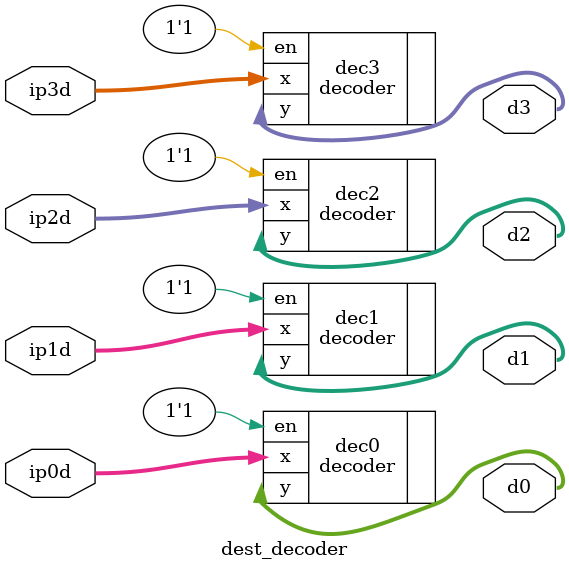
<source format=v>
module dest_decoder(
    input [1:0]ip0d,ip1d,ip2d,ip3d,
    output [3:0]d0,d1,d2,d3
);

decoder dec0(.x(ip0d),.en(1'b1),.y(d0));
decoder dec1(.x(ip1d),.en(1'b1),.y(d1));
decoder dec2(.x(ip2d),.en(1'b1),.y(d2));
decoder dec3(.x(ip3d),.en(1'b1),.y(d3));

endmodule
</source>
